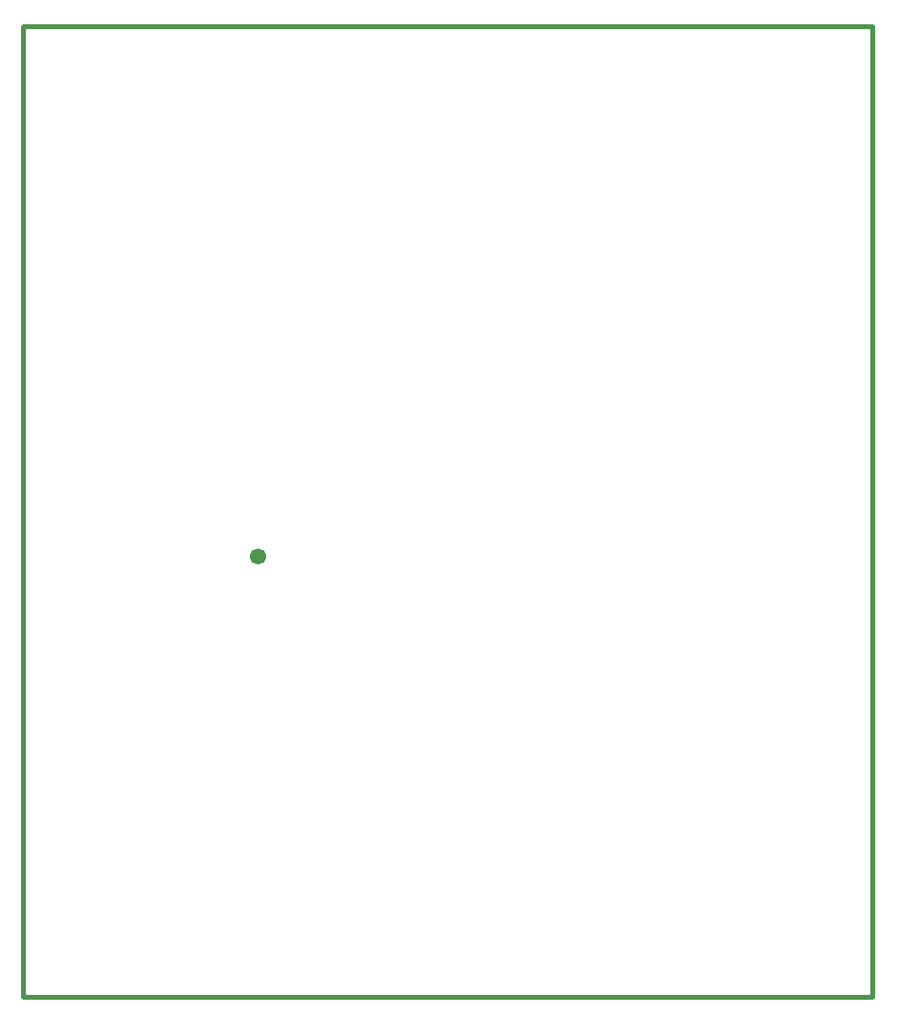
<source format=gbr>
%TF.GenerationSoftware,KiCad,Pcbnew,8.0.1*%
%TF.CreationDate,2024-11-21T16:43:07-05:00*%
%TF.ProjectId,SensorPCB,53656e73-6f72-4504-9342-2e6b69636164,rev?*%
%TF.SameCoordinates,Original*%
%TF.FileFunction,Legend,Bot*%
%TF.FilePolarity,Positive*%
%FSLAX46Y46*%
G04 Gerber Fmt 4.6, Leading zero omitted, Abs format (unit mm)*
G04 Created by KiCad (PCBNEW 8.0.1) date 2024-11-21 16:43:07*
%MOMM*%
%LPD*%
G01*
G04 APERTURE LIST*
%ADD10C,1.700000*%
%TA.AperFunction,Profile*%
%ADD11C,0.499999*%
%TD*%
G04 APERTURE END LIST*
D10*
%TO.C,U2*%
X58000000Y-75500000D03*
%TD*%
D11*
X33500000Y-20050000D02*
X122400000Y-20050000D01*
X122400000Y-121650000D01*
X33500000Y-121650000D01*
X33500000Y-20050000D01*
M02*

</source>
